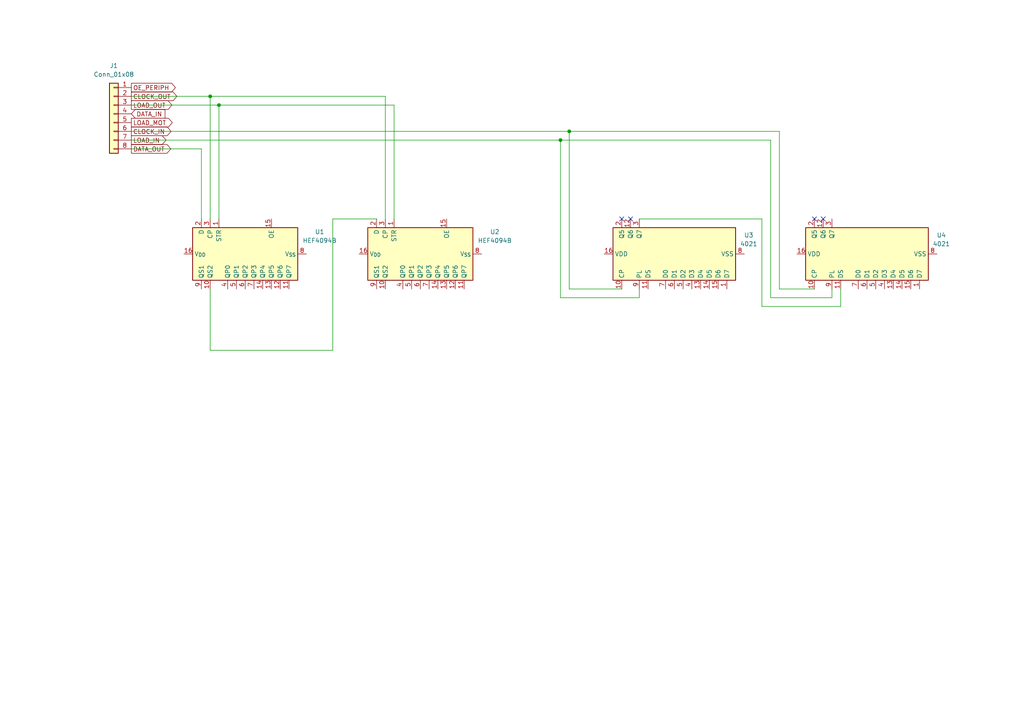
<source format=kicad_sch>
(kicad_sch (version 20250114) (generator "eeschema") (generator_version "9.0")
  (paper "A4")
  (lib_symbols
    (symbol "4xxx:4021"
      (property "Reference" "U" (at -5.08 19.05 0))
      (property "Value" "4021" (at 3.81 19.05 0))
      (symbol "4021_0_1"
        (rectangle (start -7.62 17.78) (end 7.62 -17.78) (stroke (width 0.254)) (fill (type background)))
      )
      (symbol "4021_1_1"
        (pin input line (at -10.16 15.24 0) (length 2.54) (name "CP") (number "10"))
        (pin input line (at -10.16 10.16 0) (length 2.54) (name "PL") (number "9"))
        (pin input line (at -10.16 7.62 0) (length 2.54) (name "DS") (number "11"))
        (pin input line (at -10.16 2.54 0) (length 2.54) (name "D0") (number "7"))
        (pin input line (at -10.16 0 0) (length 2.54) (name "D1") (number "6"))
        (pin input line (at -10.16 -2.54 0) (length 2.54) (name "D2") (number "5"))
        (pin input line (at -10.16 -5.08 0) (length 2.54) (name "D3") (number "4"))
        (pin input line (at -10.16 -7.62 0) (length 2.54) (name "D4") (number "13"))
        (pin input line (at -10.16 -10.16 0) (length 2.54) (name "D5") (number "14"))
        (pin input line (at -10.16 -12.7 0) (length 2.54) (name "D6") (number "15"))
        (pin input line (at -10.16 -15.24 0) (length 2.54) (name "D7") (number "1"))
        (pin power_in line (at 0 20.32 270) (length 2.54) (name "VDD") (number "16"))
        (pin power_in line (at 0 -20.32 90) (length 2.54) (name "VSS") (number "8"))
        (pin output line (at 10.16 15.24 180) (length 2.54) (name "Q5") (number "2"))
        (pin output line (at 10.16 12.7 180) (length 2.54) (name "Q6") (number "12"))
        (pin output line (at 10.16 10.16 180) (length 2.54) (name "Q7") (number "3"))
      )
    )
    (symbol "4xxx:HEF4094B"
      (property "Reference" "U" (at -6.858 17.018 0))
      (property "Value" "HEF4094B" (at 6.858 16.764 0))
      (symbol "HEF4094B_1_0"
        (pin input line (at -10.16 -7.62 0) (length 2.54) (name "OE") (number "15"))
        (pin power_in line (at 0 17.78 270) (length 2.54) (name "V_{DD}") (number "16"))
        (pin power_in line (at 0 -17.78 90) (length 2.54) (name "V_{SS}") (number "8"))
        (pin output line (at 10.16 12.7 180) (length 2.54) (name "QS1") (number "9"))
        (pin output line (at 10.16 10.16 180) (length 2.54) (name "QS2") (number "10"))
        (pin output line (at 10.16 2.54 180) (length 2.54) (name "QP1") (number "5"))
        (pin output line (at 10.16 0 180) (length 2.54) (name "QP2") (number "6"))
        (pin output line (at 10.16 -2.54 180) (length 2.54) (name "QP3") (number "7"))
        (pin output line (at 10.16 -5.08 180) (length 2.54) (name "QP4") (number "14"))
        (pin output line (at 10.16 -7.62 180) (length 2.54) (name "QP5") (number "13"))
        (pin output line (at 10.16 -10.16 180) (length 2.54) (name "QP6") (number "12"))
        (pin output line (at 10.16 -12.7 180) (length 2.54) (name "QP7") (number "11"))
      )
      (symbol "HEF4094B_1_1"
        (rectangle (start -7.62 15.24) (end 7.62 -15.24) (stroke (width 0.254)) (fill (type background)))
        (pin input line (at -10.16 12.7 0) (length 2.54) (name "D") (number "2"))
        (pin input line (at -10.16 10.16 0) (length 2.54) (name "CP") (number "3"))
        (pin input line (at -10.16 7.62 0) (length 2.54) (name "STR") (number "1"))
        (pin output line (at 10.16 5.08 180) (length 2.54) (name "QP0") (number "4"))
      )
    )
    (symbol "Connector_Generic:Conn_01x08" (pin_names (offset 1.016) (hide yes))
      (property "Reference" "J" (at 0 10.16 0))
      (property "Value" "Conn_01x08" (at 0 -12.7 0))
      (symbol "Conn_01x08_1_1"
        (rectangle (start -1.27 8.89) (end 1.27 -11.43) (stroke (width 0.254)) (fill (type background)))
        (rectangle (start -1.27 7.747) (end 0 7.493) (stroke (width 0.1524)))
        (rectangle (start -1.27 5.207) (end 0 4.953) (stroke (width 0.1524)))
        (rectangle (start -1.27 2.667) (end 0 2.413) (stroke (width 0.1524)))
        (rectangle (start -1.27 0.127) (end 0 -0.127) (stroke (width 0.1524)))
        (rectangle (start -1.27 -2.413) (end 0 -2.667) (stroke (width 0.1524)))
        (rectangle (start -1.27 -4.953) (end 0 -5.207) (stroke (width 0.1524)))
        (rectangle (start -1.27 -7.493) (end 0 -7.747) (stroke (width 0.1524)))
        (rectangle (start -1.27 -10.033) (end 0 -10.287) (stroke (width 0.1524)))
        (pin passive line (at -5.08 7.62 0) (length 3.81) (name "Pin_1") (number "1"))
        (pin passive line (at -5.08 5.08 0) (length 3.81) (name "Pin_2") (number "2"))
        (pin passive line (at -5.08 2.54 0) (length 3.81) (name "Pin_3") (number "3"))
        (pin passive line (at -5.08 0 0) (length 3.81) (name "Pin_4") (number "4"))
        (pin passive line (at -5.08 -2.54 0) (length 3.81) (name "Pin_5") (number "5"))
        (pin passive line (at -5.08 -5.08 0) (length 3.81) (name "Pin_6") (number "6"))
        (pin passive line (at -5.08 -7.62 0) (length 3.81) (name "Pin_7") (number "7"))
        (pin passive line (at -5.08 -10.16 0) (length 3.81) (name "Pin_8") (number "8"))
      )
    )
  )
  (junction (at 63.5 30.48))
  (junction (at 162.56 40.64))
  (junction (at 165.1 38.1))
  (junction (at 60.96 27.94))
  (no_connect (at 180.34 63.5))
  (no_connect (at 238.76 63.5))
  (no_connect (at 182.88 63.5))
  (no_connect (at 236.22 63.5))
  (wire (pts (xy 241.3 83.82) (xy 241.3 86.36)))
  (wire (pts (xy 60.96 27.94) (xy 38.1 27.94)))
  (wire (pts (xy 60.96 83.82) (xy 60.96 101.6)))
  (wire (pts (xy 236.22 83.82) (xy 226.06 83.82)))
  (wire (pts (xy 162.56 40.64) (xy 38.1 40.64)))
  (wire (pts (xy 220.98 63.5) (xy 185.42 63.5)))
  (wire (pts (xy 114.3 63.5) (xy 114.3 30.48)))
  (wire (pts (xy 96.52 101.6) (xy 96.52 63.5)))
  (wire (pts (xy 165.1 38.1) (xy 165.1 83.82)))
  (wire (pts (xy 243.84 83.82) (xy 243.84 88.9)))
  (wire (pts (xy 60.96 63.5) (xy 60.96 27.94)))
  (wire (pts (xy 63.5 63.5) (xy 63.5 30.48)))
  (wire (pts (xy 111.76 27.94) (xy 60.96 27.94)))
  (wire (pts (xy 60.96 101.6) (xy 96.52 101.6)))
  (wire (pts (xy 58.42 43.18) (xy 38.1 43.18)))
  (wire (pts (xy 226.06 38.1) (xy 226.06 83.82)))
  (wire (pts (xy 111.76 63.5) (xy 111.76 27.94)))
  (wire (pts (xy 58.42 63.5) (xy 58.42 43.18)))
  (wire (pts (xy 223.52 40.64) (xy 162.56 40.64)))
  (wire (pts (xy 226.06 38.1) (xy 165.1 38.1)))
  (wire (pts (xy 185.42 83.82) (xy 185.42 86.36)))
  (wire (pts (xy 114.3 30.48) (xy 63.5 30.48)))
  (wire (pts (xy 165.1 38.1) (xy 38.1 38.1)))
  (wire (pts (xy 241.3 86.36) (xy 223.52 86.36)))
  (wire (pts (xy 162.56 40.64) (xy 162.56 86.36)))
  (wire (pts (xy 220.98 88.9) (xy 220.98 63.5)))
  (wire (pts (xy 223.52 40.64) (xy 223.52 86.36)))
  (wire (pts (xy 63.5 30.48) (xy 38.1 30.48)))
  (wire (pts (xy 185.42 86.36) (xy 162.56 86.36)))
  (wire (pts (xy 180.34 83.82) (xy 165.1 83.82)))
  (wire (pts (xy 243.84 88.9) (xy 220.98 88.9)))
  (wire (pts (xy 96.52 63.5) (xy 109.22 63.5)))
  (global_label "DATA_IN" (shape input) (at 38.1 33.02 0) (property "Intersheetrefs" "${INTERSHEET_REFS}" (effects (hide yes))))
  (global_label "CLOCK_OUT" (shape output) (at 38.1 27.94 0) (property "Intersheetrefs" "${INTERSHEET_REFS}" (effects (hide yes))))
  (global_label "OE_PERIPH" (shape output) (at 38.1 25.4 0) (property "Intersheetrefs" "${INTERSHEET_REFS}" (effects (hide yes))))
  (global_label "CLOCK_IN" (shape output) (at 38.1 38.1 0) (property "Intersheetrefs" "${INTERSHEET_REFS}" (effects (hide yes))))
  (global_label "LOAD_MOT" (shape output) (at 38.1 35.56 0) (property "Intersheetrefs" "${INTERSHEET_REFS}" (effects (hide yes))))
  (global_label "LOAD_OUT" (shape output) (at 38.1 30.48 0) (property "Intersheetrefs" "${INTERSHEET_REFS}" (effects (hide yes))))
  (global_label "LOAD_IN" (shape output) (at 38.1 40.64 0) (property "Intersheetrefs" "${INTERSHEET_REFS}" (effects (hide yes))))
  (global_label "DATA_OUT" (shape output) (at 38.1 43.18 0) (property "Intersheetrefs" "${INTERSHEET_REFS}" (effects (hide yes))))
  (symbol (lib_id "Connector_Generic:Conn_01x08") (at 33.02 33.02 0) (mirror y) (unit 1)
    (property "Reference" "J1" (at 33.02 19.05 0))
    (property "Value" "Conn_01x08" (at 33.02 21.59 0))
    (property "Description" "Generic connector, single row, 01x08, script generated (kicad-library-utils/schlib/autogen/connector/)" (effects (hide yes)))
  )
  (symbol (lib_id "4xxx:HEF4094B") (at 121.92 73.66 90) (mirror x) (unit 1)
    (property "Reference" "U2" (at 143.51 67.2398 90))
    (property "Value" "HEF4094B" (at 143.51 69.7798 90))
    (property "Datasheet" "https://assets.nexperia.com/documents/data-sheet/HEF4094B.pdf" (effects (hide yes)))
    (property "Description" "8-bit serial-in parallel-out shift register, 3..15V" (effects (hide yes)))
  )
  (symbol (lib_id "4xxx:4021") (at 251.46 73.66 90) (unit 1)
    (property "Reference" "U4" (at 273.05 68.2146 90))
    (property "Value" "4021" (at 273.05 70.7546 90))
    (property "Datasheet" "https://assets.nexperia.com/documents/data-sheet/HEF4021B.pdf" (effects (hide yes)))
    (property "Description" "8-bit static shift register" (effects (hide yes)))
  )
  (symbol (lib_id "4xxx:HEF4094B") (at 71.12 73.66 90) (mirror x) (unit 1)
    (property "Reference" "U1" (at 92.71 67.2398 90))
    (property "Value" "HEF4094B" (at 92.71 69.7798 90))
    (property "Datasheet" "https://assets.nexperia.com/documents/data-sheet/HEF4094B.pdf" (effects (hide yes)))
    (property "Description" "8-bit serial-in parallel-out shift register, 3..15V" (effects (hide yes)))
  )
  (symbol (lib_id "4xxx:4021") (at 195.58 73.66 90) (unit 1)
    (property "Reference" "U3" (at 217.17 68.2146 90))
    (property "Value" "4021" (at 217.17 70.7546 90))
    (property "Datasheet" "https://assets.nexperia.com/documents/data-sheet/HEF4021B.pdf" (effects (hide yes)))
    (property "Description" "8-bit static shift register" (effects (hide yes)))
  )
)
</source>
